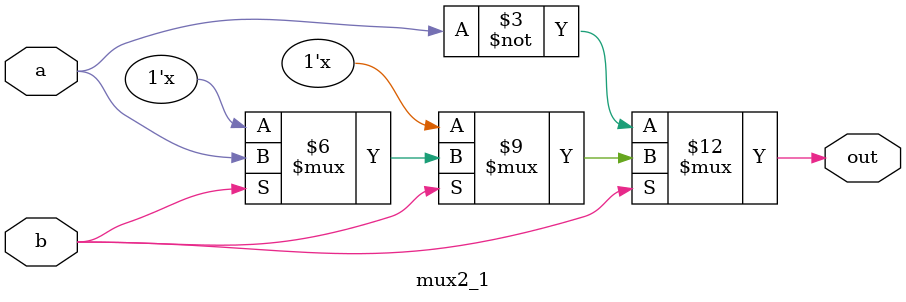
<source format=v>
module mux2_1(input a,b,output reg out);
  always@(*)begin
    if(b==0)
      out=~a;
    else if(b==1)
      out=a;
    
  end
endmodule
</source>
